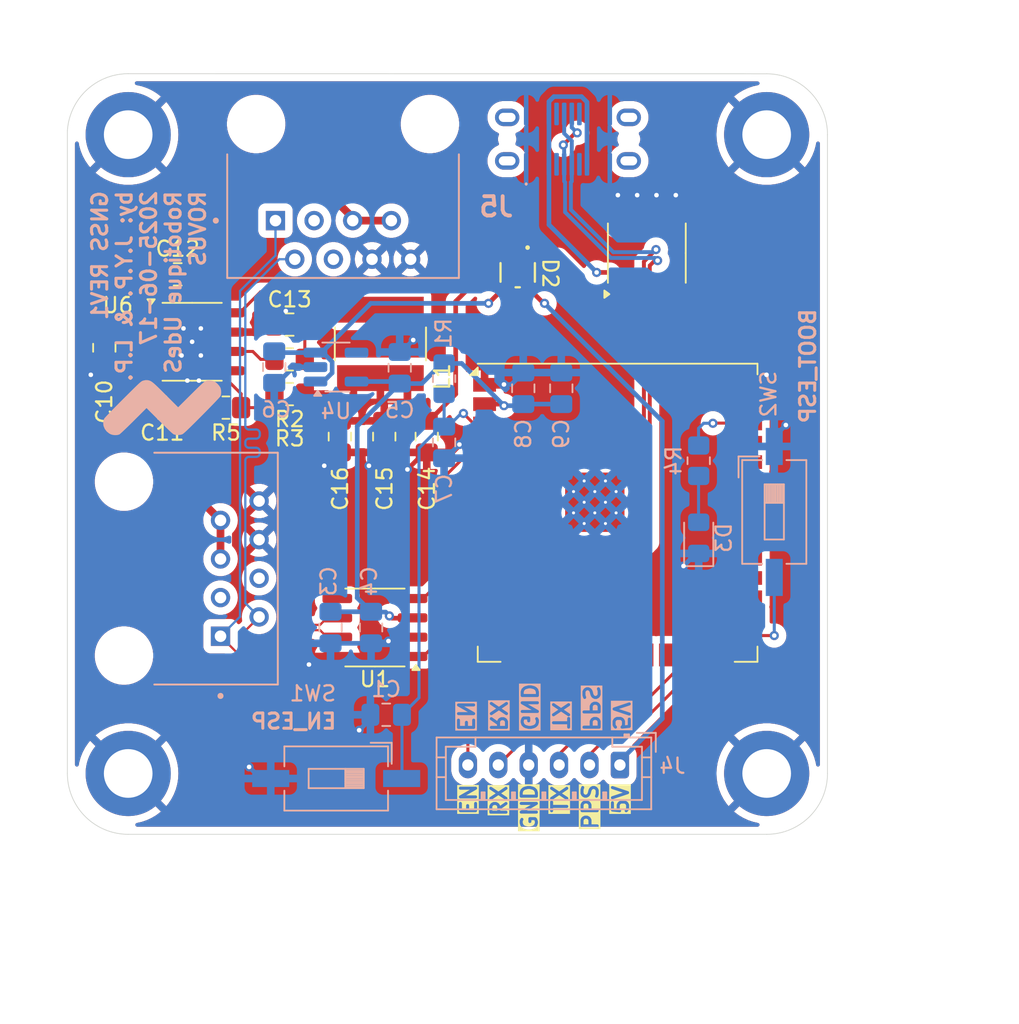
<source format=kicad_pcb>
(kicad_pcb (version 20240108) (generator "pcbnew") (generator_version "8.0")
  (layers (0 "F.Cu" signal) (1 "In1.Cu" signal) (2 "In2.Cu" signal) (31 "B.Cu" signal) (34 "B.Paste" user) (35 "F.Paste" user) (36 "B.SilkS" user "B.Silkscreen") (37 "F.SilkS" user "F.Silkscreen") (38 "B.Mask" user) (39 "F.Mask" user) (44 "Edge.Cuts" user))
  (net 0 "")
  (net 1 "GND")
  (net 2 "GPIO_0")
  (net 3 "+5V")
  (net 4 "+24V")
  (net 5 "EN_ESP")
  (net 6 "+3.3V")
  (net 7 "Net-(D3-A)")
  (net 9 "CAN_P")
  (net 13 "USB_P")
  (net 14 "+5V_USB")
  (net 17 "USB_N")
  (net 18 "GNSS_RX")
  (net 19 "GNSS_PPS")
  (net 20 "GNSS_TX")
  (net 21 "GNSS_EN")
  (net 22 "LED_BUILDIN")
  (net 23 "TXC")
  (net 24 "RXC")
  (net 52 "CAN_N")
  (net 60 "+5V_ETH")
  (net 62 "Net-(U6-SS)")
  (net 63 "Net-(U6-SW)")
  (net 64 "Net-(U6-BST)")
  (net 65 "Net-(C13-Pad1)")
  (net 66 "Net-(U6-COMB)")
  (net 67 "Net-(U6-FB)")
  (footprint "Resistor_SMD:R_0805_2012Metric_Pad1.20x1.40mm_HandSolder" (layer "F.Cu") (at 142.621 91.059 180)
    (property "Reference" "R3")
    (property "Value" "115k")
  )
  (footprint "Capacitor_SMD:C_0805_2012Metric_Pad1.18x1.45mm_HandSolder" (layer "F.Cu") (at 151.638 93.853 -90)
    (property "Reference" "C14")
    (property "Value" "22uF")
  )
  (footprint "Capacitor_SMD:C_0805_2012Metric_Pad1.18x1.45mm_HandSolder" (layer "F.Cu") (at 145.923 93.853 -90)
    (property "Reference" "C16")
    (property "Value" "22uF")
  )
  (footprint "Resistor_SMD:R_0805_2012Metric_Pad1.20x1.40mm_HandSolder" (layer "F.Cu") (at 142.618 88.773)
    (property "Reference" "R2")
    (property "Value" "15.8k")
  )
  (footprint "Package_SO:SOIC-8-1EP_3.9x4.9mm_P1.27mm_EP2.29x3mm" (layer "F.Cu") (at 136.206 87.618)
    (property "Reference" "U6")
    (property "Value" "DC_DC-AP64501")
  )
  (footprint "MountingHole:MountingHole_3.2mm_M3_DIN965_Pad_TopBottom" (layer "F.Cu") (at 174 74)
    (property "Reference" "H3" (hide yes))
    (property "Value" "MountingHole_Pad")
  )
  (footprint "RoverFootprint:L_3.6u_ASPI-6045S-3R6N-T" (layer "F.Cu") (at 148.59 87.757 -90)
    (property "Reference" "L1")
    (property "Value" "3.6uH")
  )
  (footprint "Capacitor_SMD:C_0805_2012Metric_Pad1.18x1.45mm_HandSolder" (layer "F.Cu") (at 148.844 93.853 -90)
    (property "Reference" "C15")
    (property "Value" "22uF")
  )
  (footprint "RoverFootprint:Diode_schottky-CVJ10F30" (layer "F.Cu") (at 157.621999 83.058 -90)
    (property "Reference" "D2")
    (property "Value" "CVJ10F30")
  )
  (footprint "MountingHole:MountingHole_3.2mm_M3_DIN965_Pad_TopBottom" (layer "F.Cu") (at 132 74)
    (property "Reference" "H2" (hide yes))
    (property "Value" "MountingHole_Pad")
  )
  (footprint "MountingHole:MountingHole_3.2mm_M3_DIN965_Pad_TopBottom" (layer "F.Cu") (at 132 116)
    (property "Reference" "H4" (hide yes))
    (property "Value" "MountingHole_Pad")
  )
  (footprint "Capacitor_SMD:C_0805_2012Metric_Pad1.18x1.45mm_HandSolder" (layer "F.Cu") (at 135.255 83.185)
    (property "Reference" "C12")
    (property "Value" "100nF")
  )
  (footprint "RF_Module:ESP32-S3-WROOM-1U" (layer "F.Cu") (at 164.194394 98.858)
    (property "Reference" "U2" (hide yes))
    (property "Value" "ESP32-S3-WROVER" (hide yes))
  )
  (footprint "Resistor_SMD:R_0805_2012Metric_Pad1.20x1.40mm_HandSolder" (layer "F.Cu") (at 138.427 91.948 180)
    (property "Reference" "R5")
    (property "Value" "22.1k")
  )
  (footprint "Package_SO:SOIC-8_3.9x4.9mm_P1.27mm" (layer "F.Cu") (at 148.2305 106.4045 180)
    (property "Reference" "U1")
    (property "Value" "SN65HVD232")
  )
  (footprint "Package_SO:SOIC-8_3.9x4.9mm_P1.27mm" (layer "F.Cu") (at 166.116 81.788 90)
    (property "Reference" "U5" (hide yes))
    (property "Value" "TVS")
  )
  (footprint "Capacitor_SMD:C_0805_2012Metric_Pad1.18x1.45mm_HandSolder" (layer "F.Cu") (at 142.618 86.487 180)
    (property "Reference" "C13")
    (property "Value" "2.7nF")
  )
  (footprint "MountingHole:MountingHole_3.2mm_M3_DIN965_Pad_TopBottom" (layer "F.Cu") (at 174 116)
    (property "Reference" "H1" (hide yes))
    (property "Value" "MountingHole_Pad")
  )
  (footprint "Capacitor_SMD:C_0805_2012Metric_Pad1.18x1.45mm_HandSolder" (layer "F.Cu") (at 130.429 88.011 -90)
    (property "Reference" "C10")
    (property "Value" "10uF")
  )
  (footprint "Capacitor_SMD:C_0805_2012Metric_Pad1.18x1.45mm_HandSolder" (layer "F.Cu") (at 134.236 91.948)
    (property "Reference" "C11")
    (property "Value" "10nF")
  )
  (footprint "Capacitor_SMD:C_0805_2012Metric_Pad1.18x1.45mm_HandSolder" (layer "B.Cu") (at 149.86 89.326 90)
    (property "Reference" "C5")
    (property "Value" "10uF")
  )
  (footprint "Capacitor_SMD:C_0805_2012Metric_Pad1.18x1.45mm_HandSolder" (layer "B.Cu") (at 152.781 94.234 -90)
    (property "Reference" "C7")
    (property "Value" "1uF")
  )
  (footprint "Capacitor_SMD:C_0805_2012Metric_Pad1.18x1.45mm_HandSolder" (layer "B.Cu") (at 160.488 90.678 90)
    (property "Reference" "C9")
    (property "Value" "10uF")
  )
  (footprint "Connector_JST:JST_PH_B6B-PH-K_1x06_P2.00mm_Vertical" (layer "B.Cu") (at 164.345 115.443 180)
    (property "Reference" "J4")
    (property "Value" "JST6_Pin")
  )
  (footprint "LOGO" (layer "B.Cu") (at 134.471502 92.108877 90)
    (property "Reference" "G***" (hide yes))
    (property "Value" "LOGO" (hide yes))
  )
  (footprint "RoverFootprint:Ethernet_Horizontal" (layer "B.Cu") (at 146.1335 73.302)
    (property "Reference" "J2" (hide yes))
    (property "Value" "Eth-Horiz" (hide yes))
  )
  (footprint "RoverFootprint:Ethernet_Horizontal" (layer "B.Cu") (at 131.722 102.5325 90)
    (property "Reference" "J1" (hide yes))
    (property "Value" "Eth-Horiz" (hide yes))
  )
  (footprint "LED_SMD:LED_0805_2012Metric_Pad1.15x1.40mm_HandSolder" (layer "B.Cu") (at 169.528394 100.509 90)
    (property "Reference" "D3")
    (property "Value" "B")
  )
  (footprint "Capacitor_SMD:C_0805_2012Metric_Pad1.18x1.45mm_HandSolder" (layer "B.Cu") (at 157.988 90.678 -90)
    (property "Reference" "C8")
    (property "Value" "100nF")
  )
  (footprint "Capacitor_SMD:C_0805_2012Metric_Pad1.18x1.45mm_HandSolder" (layer "B.Cu") (at 141.605 89.281 -90)
    (property "Reference" "C6")
    (property "Value" "10uF")
  )
  (footprint "Capacitor_SMD:C_0805_2012Metric_Pad1.18x1.45mm_HandSolder" (layer "B.Cu") (at 145.3095 106.4045 -90)
    (property "Reference" "C3")
    (property "Value" "10uF")
  )
  (footprint "Resistor_SMD:R_0805_2012Metric_Pad1.20x1.40mm_HandSolder" (layer "B.Cu") (at 152.781 90.043 -90)
    (property "Reference" "R1")
    (property "Value" "10k")
  )
  (footprint "Capacitor_SMD:C_0805_2012Metric_Pad1.18x1.45mm_HandSolder" (layer "B.Cu") (at 148.971 112.141 180)
    (property "Reference" "C1")
    (property "Value" "100nF")
  )
  (footprint "RoverFootprint:USB4145_GCT" (layer "B.Cu") (at 160.929 74.295)
    (property "Reference" "J5")
    (property "Value" "USB_C_USB4145-GCT" (hide yes))
  )
  (footprint "Capacitor_SMD:C_0805_2012Metric_Pad1.18x1.45mm_HandSolder" (layer "B.Cu") (at 147.9765 106.4045 -90)
    (property "Reference" "C4")
    (property "Value" "100nF")
  )
  (footprint "Button_Switch_SMD:SW_DIP_SPSTx01_Slide_6.7x4.1mm_W8.61mm_P2.54mm_LowProfile" (layer "B.Cu") (at 145.682 116.332 180)
    (property "Reference" "SW1")
    (property "Value" "TS09-63-25-WT-160-SMT-TR")
  )
  (footprint "Resistor_SMD:R_0805_2012Metric_Pad1.20x1.40mm_HandSolder" (layer "B.Cu") (at 169.528394 95.438 -90)
    (property "Reference" "R4")
    (property "Value" "1k")
  )
  (footprint "Package_TO_SOT_SMD:SOT-23-5_HandSoldering" (layer "B.Cu") (at 145.669 89.281)
    (property "Reference" "U4")
    (property "Value" "LDO-TLV74033PDBVR")
  )
  (footprint "Button_Switch_SMD:SW_DIP_SPSTx01_Slide_6.7x4.1mm_W8.61mm_P2.54mm_LowProfile" (layer "B.Cu") (at 174.498 98.806 -90)
    (property "Reference" "SW2")
    (property "Value" "TS09-63-25-WT-160-SMT-TR")
  )
  (gr_arc (start 174 70) (mid 176.828427 71.171573) (end 178 74) (stroke (width 0.05)) (layer "Edge.Cuts"))
  (gr_arc (start 178 116) (mid 176.828427 118.828427) (end 174 120) (stroke (width 0.05)) (layer "Edge.Cuts"))
  (gr_line (start 174 120) (end 132 120) (stroke (width 0.05)) (layer "Edge.Cuts"))
  (gr_line (start 178 74) (end 178 116) (stroke (width 0.05)) (layer "Edge.Cuts"))
  (gr_line (start 128 116) (end 128.000001 73.75) (stroke (width 0.05)) (layer "Edge.Cuts"))
  (gr_arc (start 128.000001 73.75) (mid 129.255866 71.079003) (end 132 69.992196) (stroke (width 0.05)) (layer "Edge.Cuts"))
  (gr_line (start 132 69.992196) (end 174 70) (stroke (width 0.05)) (layer "Edge.Cuts"))
  (gr_arc (start 132 120) (mid 129.171573 118.828427) (end 128 116) (stroke (width 0.05)) (layer "Edge.Cuts"))
  (gr_text "BOOT_ESP" (at 177.292 85.344 90) (layer "B.SilkS") (effects (font (size 1 1) (thickness 0.2) (bold yes)) (justify left bottom mirror)))
  (gr_text "TX" (at 160.4264 111.2012 -90) (layer "B.SilkS" knockout) (effects (font (size 1 1) (thickness 0.2) (bold yes)) (justify right mirror)))
  (gr_text "EN_ESP" (at 145.796 113.157 0) (layer "B.SilkS") (effects (font (size 1 1) (thickness 0.2) (bold yes)) (justify left bottom mirror)))
  (gr_text "GND" (at 158.369 109.982 -90) (layer "B.SilkS" knockout) (effects (font (size 1 1) (thickness 0.2) (bold yes)) (justify right mirror)))
  (gr_text "PPS" (at 162.433 110.109 -90) (layer "B.SilkS" knockout) (effects (font (size 1 1) (thickness 0.2) (bold yes)) (justify right mirror)))
  (gr_text "5V" (at 164.4142 111.2012 -90) (layer "B.SilkS" knockout) (effects (font (size 1 1) (thickness 0.2) (bold yes)) (justify right mirror)))
  (gr_text "EN" (at 154.178 111.125 -90) (layer "B.SilkS" knockout) (effects (font (size 1 1) (thickness 0.2) (bold yes)) (justify right mirror)))
  (gr_text "RX" (at 156.337 111.125 -90) (layer "B.SilkS" knockout) (effects (font (size 1 1) (thickness 0.2) (bold yes)) (justify right mirror)))
  (gr_text "GNSS REV1\nby: J.Y.P. & L.P.\n2025-06-17\nRobotique UdeS\nROVUS\n" (at 137.16 77.597 90) (layer "B.SilkS") (effects (font (size 1 1) (thickness 0.2) (bold yes)) (justify left bottom mirror)))
  (gr_text "EN" (at 154.4 116.6 90) (layer "F.SilkS" knockout) (effects (font (size 1 1) (thickness 0.2) (bold yes)) (justify right)))
  (gr_text "TX" (at 160.4 116.7 90) (layer "F.SilkS" knockout) (effects (font (size 1 1) (thickness 0.2) (bold yes)) (justify right)))
  (gr_text "GND" (at 158.4 116.6 90) (layer "F.SilkS" knockout) (effects (font (size 1 1) (thickness 0.2) (bold yes)) (justify right)))
  (gr_text "5V" (at 164.4 116.7 90) (layer "F.SilkS" knockout) (effects (font (size 1 1) (thickness 0.2) (bold yes)) (justify right)))
  (gr_text "RX" (at 156.4 116.7 90) (layer "F.SilkS" knockout) (effects (font (size 1 1) (thickness 0.2) (bold yes)) (justify right)))
  (gr_text "PPS" (at 162.4 116.6 90) (layer "F.SilkS" knockout) (effects (font (size 1 1) (thickness 0.2) (bold yes)) (justify right)))
  (segment (start 138.681 86.983) (end 141.0845 86.983) (width 0.3048) (layer "F.Cu") (net 1))
  (segment (start 155.444394 90.448) (end 156.694 90.448) (width 0.3048) (layer "F.Cu") (net 1))
  (segment (start 141.5805 86.487) (end 141.5805 86.3845) (width 0.3048) (layer "F.Cu") (net 1))
  (segment (start 164.211 79.313) (end 164.211 77.978) (width 0.3048) (layer "F.Cu") (net 1))
  (segment (start 135.636 87.048) (end 135.636 86.741) (width 0.3048) (layer "F.Cu") (net 1))
  (segment (start 141.5805 86.3845) (end 142.367 85.598) (width 0.3048) (layer "F.Cu") (net 1))
  (segment (start 149.1195 107.2935) (end 149.3735 107.0395) (width 0.3048) (layer "F.Cu") (net 1))
  (segment (start 135.89 91.186) (end 135.89 90.17) (width 0.3048) (layer "F.Cu") (net 1))
  (segment (start 141.0845 86.983) (end 141.5805 86.487) (width 0.3048) (layer "F.Cu") (net 1))
  (segment (start 135.89 87.934) (end 136.206 87.618) (width 0.3048) (layer "F.Cu") (net 1))
  (segment (start 146.431 94.8905) (end 146.3255 94.8905) (width 0.3048) (layer "F.Cu") (net 1))
  (segment (start 149.079 94.8905) (end 148.8655 94.8905) (width 0.3048) (layer "F.Cu") (net 1))
  (segment (start 136.779 86.741) (end 136.779 86.487) (width 0.3048) (layer "F.Cu") (net 1))
  (segment (start 136.652 91.173) (end 137.427 91.948) (width 0.3048) (layer "F.Cu") (net 1))
  (segment (start 156.694 90.448) (end 156.718 90.424) (width 0.3048) (layer "F.Cu") (net 1))
  (segment (start 136.652 88.392) (end 136.652 90.17) (width 0.3048) (layer "F.Cu") (net 1))
  (segment (start 135.2735 91.948) (end 135.2735 91.8025) (width 0.3048) (layer "F.Cu") (net 1))
  (segment (start 136.206 87.618) (end 135.509 88.315) (width 0.3048) (layer "F.Cu") (net 1))
  (segment (start 144.4205 108.3095) (end 143.891 108.839) (width 0.3048) (layer "F.Cu") (net 1))
  (segment (start 136.652 90.17) (end 136.652 91.173) (width 0.3048) (layer "F.Cu") (net 1))
  (segment (start 135.636 87.048) (end 136.206 87.618) (width 0.3048) (layer "F.Cu") (net 1))
  (segment (start 165.481 79.313) (end 165.481 77.978) (width 0.3048) (layer "F.Cu") (net 1))
  (segment (start 148.61975 94.98525) (end 147.83625 95.76875) (width 0.3048) (layer "F.Cu") (net 1))
  (segment (start 135.89 90.17) (end 135.89 87.934) (width 0.3048) (layer "F.Cu") (net 1))
  (segment (start 151.638 94.8905) (end 151.5325 94.8905) (width 0.3048) (layer "F.Cu") (net 1))
  (segment (start 149.3735 107.0395) (end 150.7055 107.0395) (width 0.3048) (layer "F.Cu") (net 1))
  (segment (start 136.779 88.519) (end 136.906 88.646) (width 0.3048) (layer "F.Cu") (net 1))
  (segment (start 130.2805 89.0485) (end 129.54 89.789) (width 0.3048) (layer "F.Cu") (net 1))
  (segment (start 172.944394 90.448) (end 173.331 90.448) (width 0.3048) (layer "F.Cu") (net 1))
  (segment (start 173.331 90.448) (end 173.99 89.789) (width 0.3048) (layer "F.Cu") (net 1))
  (segment (start 166.751 79.313) (end 166.751 77.978) (width 0.3048) (layer "F.Cu") (net 1))
  (segment (start 168.021 79.313) (end 168.021 77.978) (width 0.3048) (layer "F.Cu") (net 1))
  (segment (start 151.39475 94.98525) (end 150.368 96.012) (width 0.3048) (layer "F.Cu") (net 1))
  (segment (start 145.67975 94.98525) (end 144.89625 95.76875) (width 0.3048) (layer "F.Cu") (net 1))
  (segment (start 136.206 87.946) (end 136.652 88.392) (width 0.3048) (layer "F.Cu") (net 1))
  (segment (start 145.7555 108.3095) (end 144.4205 108.3095) (width 0.3048) (layer "F.Cu") (net 1))
  (segment (start 136.206 87.946) (end 136.206 87.618) (width 0.3048) (layer "F.Cu") (net 1))
  (segment (start 135.2735 91.8025) (end 135.89 91.186) (width 0.3048) (layer "F.Cu") (net 1))
  (segment (start 135.636 86.741) (end 135.636 86.614) (width 0.3048) (layer "F.Cu") (net 1))
  (segment (start 136.779 87.045) (end 136.779 86.741) (width 0.3048) (layer "F.Cu") (net 1))
  (segment (start 135.509 88.315) (end 135.509 88.519) (width 0.3048) (layer "F.Cu") (net 1))
  (segment (start 130.429 89.0485) (end 130.2805 89.0485) (width 0.3048) (layer "F.Cu") (net 1))
  (segment (start 136.206 87.946) (end 136.779 88.519) (width 0.3048) (layer "F.Cu") (net 1))
  (via (at 165.481 77.978) (size 0.6) (drill 0.3) (layers "F.Cu" "B.Cu") (net 1))
  (via (at 150.749 87.503) (size 0.6) (drill 0.3) (layers "F.Cu" "B.Cu") (net 1))
  (via (at 173.99 89.789) (size 0.6) (drill 0.3) (layers "F.Cu" "B.Cu") (net 1))
  (via (at 149.1195 107.2935) (size 0.6) (drill 0.3) (layers "F.Cu" "B.Cu") (net 1))
  (via (at 175.26 93.091) (size 0.6) (drill 0.3) (layers "F.Cu" "B.Cu") (net 1))
  (via (at 168.021 77.978) (size 0.6) (drill 0.3) (layers "F.Cu" "B.Cu") (net 1))
  (via (at 164.211 77.978) (size 0.6) (drill 0.3) (layers "F.Cu" "B.Cu") (net 1))
  (via (at 150.368 96.012) (size 0.6) (drill 0.3) (layers "F.Cu" "B.Cu") (net 1))
  (via (at 166.751 77.978) (size 0.6) (drill 0.3) (layers "F.Cu" "B.Cu") (net 1))
  (via (at 136.652 90.17) (size 0.6) (drill 0.3) (layers "F.Cu" "B.Cu") (net 1))
  (via (at 129.54 89.789) (size 0.6) (drill 0.3) (layers "F.Cu" "B.Cu") (net 1))
  (via (at 135.636 86.741) (size 0.6) (drill 0.3) (layers "F.Cu" "B.Cu") (net 1))
  (via (at 135.509 88.519) (size 0.6) (drill 0.3) (layers "F.Cu" "B.Cu") (net 1))
  (via (at 135.89 90.17) (size 0.6) (drill 0.3) (layers "F.Cu" "B.Cu") (net 1))
  (via (at 136.779 86.741) (size 0.6) (drill 0.3) (layers "F.Cu" "B.Cu") (net 1))
  (via (at 144.89625 95.76875) (size 0.6) (drill 0.3) (layers "F.Cu" "B.Cu") (net 1))
  (via (at 147.83625 95.76875) (size 0.6) (drill 0.3) (layers "F.Cu" "B.Cu") (net 1))
  (via (at 136.206 87.618) (size 0.6) (drill 0.3) (layers "F.Cu" "B.Cu") (net 1))
  (via (at 143.891 108.839) (size 0.6) (drill 0.3) (layers "F.Cu" "B.Cu") (net 1))
  (via (at 139.954 115.57) (size 0.6) (drill 0.3) (layers "F.Cu" "B.Cu") (net 1))
  (via (at 142.367 85.598) (size 0.6) (drill 0.3) (layers "F.Cu" "B.Cu") (net 1))
  (via (at 156.718 90.424) (size 0.6) (drill 0.3) (layers "F.Cu" "B.Cu") (net 1))
  (via (at 147.193 113.157) (size 0.6) (drill 0.3) (layers "F.Cu" "B.Cu") (net 1))
  (via (at 136.779 88.519) (size 0.6) (drill 0.3) (layers "F.Cu" "B.Cu") (net 1))
  (via (at 153.78625 94.37175) (size 0.6) (drill 0.3) (layers "F.Cu" "B.Cu") (net 1))
  (via (at 168.529 102.362) (size 0.6) (drill 0.3) (layers "F.Cu" "B.Cu") (net 1))
  (segment (start 156.718 90.424) (end 157.2045 90.424) (width 0.3048) (layer "B.Cu") (net 1))
  (segment (start 145.3095 107.442) (end 147.9765 107.442) (width 0.3048) (layer "B.Cu") (net 1))
  (segment (start 144.319 89.281) (end 142.875 89.281) (width 0.3048) (layer "B.Cu") (net 1))
  (segment (start 169.528394 101.534) (end 169.357 101.534) (width 0.3048) (layer "B.Cu") (net 1))
  (segment (start 141.8375 90.3185) (end 141.605 90.3185) (width 0.3048) (layer "B.Cu") (net 1))
  (segment (start 149.9635 88.2885) (end 150.749 87.503) (width 0.3048) (layer "B.Cu") (net 1))
  (segment (start 149.86 88.2885) (end 149.9635 88.2885) (width 0.2) (layer "B.Cu") (net 1))
  (segment (start 141.377 116.332) (end 140.716 116.332) (width 0.3048) (layer "B.Cu") (net 1))
  (segment (start 157.988 89.6405) (end 160.488 89.6405) (width 0.3048) (layer "B.Cu") (net 1))
  (segment (start 152.79175 95.36625) (end 153.78625 94.37175) (width 0.3048) (layer "B.Cu") (net 1))
  (segment (start 174.498 94.501) (end 174.498 93.853) (width 0.3048) (layer "B.Cu") (net 1))
  (segment (start 147.9765 107.442) (end 148.971 107.442) (width 0.3048) (layer "B.Cu") (net 1))
  (segment (start 147.9335 112.141) (end 147.9335 112.4165) (width 0.3048) (layer "B.Cu") (net 1))
  (segment (start 140.716 116.332) (end 139.954 115.57) (width 0.3048) (layer "B.Cu") (net 1))
  (segment (start 174.498 93.853) (end 175.26 93.091) (width 0.3048) (layer "B.Cu") (net 1))
  (segment (start 148.971 107.442) (end 149.1195 107.2935) (width 0.3048) (layer "B.Cu") (net 1))
  (segment (start 153.035 95.2715) (end 153.0135 95.2715) (width 0.3048) (layer "B.Cu") (net 1))
  (segment (start 147.9335 112.4165) (end 147.193 113.157) (width 0.3048) (layer "B.Cu") (net 1))
  (segment (start 142.875 89.281) (end 141.8375 90.3185) (width 0.3048) (layer "B.Cu") (net 1))
  (segment (start 157.2045 90.424) (end 157.988 89.6405) (width 0.3048) (layer "B.Cu") (net 1))
  (segment (start 162.774612 91.434) (end 162.812112 91.3965) (width 0.2) (layer "B.Cu") (net 1))
  (segment (start 169.357 101.534) (end 168.529 102.362) (width 0.3048) (layer "B.Cu") (net 1))
  (segment (start 173.312697 106.934) (end 173.288697 106.958) (width 0.2) (layer "F.Cu") (net 2))
  (segment (start 174.498 106.934) (end 173.312697 106.934) (width 0.2) (layer "F.Cu") (net 2))
  (segment (start 173.288697 106.958) (end 172.944394 106.958) (width 0.2) (layer "F.Cu") (net 2))
  (via (at 174.498 106.934) (size 0.6) (drill 0.3) (layers "F.Cu" "B.Cu") (net 2))
  (segment (start 174.498 106.934) (end 174.498 103.111) (width 0.2) (layer "B.Cu") (net 2))
  (segment (start 156.972 84.0359) (end 158.271998 84.0359) (width 0.3048) (layer "F.Cu") (net 3))
  (segment (start 156.972 84.0359) (end 156.7561 84.0359) (width 0.3048) (layer "F.Cu") (net 3))
  (segment (start 159.326098 85.09) (end 158.271998 84.0359) (width 0.3048) (layer "F.Cu") (net 3))
  (segment (start 159.385 85.09) (end 159.326098 85.09) (width 0.3048) (layer "F.Cu") (net 3))
  (segment (start 156.7561 84.0359) (end 155.702 85.09) (width 0.3048) (layer "F.Cu") (net 3))
  (via (at 159.385 85.09) (size 0.6) (drill 0.3) (layers "F.Cu" "B.Cu") (net 3))
  (via (at 155.702 85.09) (size 0.6) (drill 0.3) (layers "F.Cu" "B.Cu") (net 3))
  (segment (start 164.345 115.182) (end 164.345 115.443) (width 0.3048) (layer "B.Cu") (net 3))
  (segment (start 144.319 88.331) (end 141.6925 88.331) (width 0.3048) (layer "B.Cu") (net 3))
  (segment (start 144.81097 88.331) (end 144.319 88.331) (width 0.3048) (layer "B.Cu") (net 3))
  (segment (start 167.132 92.837) (end 167.132 112.395) (width 0.3048) (layer "B.Cu") (net 3))
  (segment (start 144.319 90.231) (end 144.846 90.231) (width 0.3048) (layer "B.Cu") (net 3))
  (segment (start 145.415 88.93503) (end 144.81097 88.331) (width 0.3048) (layer "B.Cu") (net 3))
  (segment (start 159.385 85.09) (end 167.132 92.837) (width 0.3048) (layer "B.Cu") (net 3))
  (segment (start 147.955 85.09) (end 155.702 85.09) (width 0.3048) (layer "B.Cu") (net 3))
  (segment (start 141.6925 88.331) (end 141.605 88.2435) (width 0.3048) (layer "B.Cu") (net 3))
  (segment (start 144.846 90.231) (end 145.415 89.662) (width 0.3048) (layer "B.Cu") (net 3))
  (segment (start 167.132 112.395) (end 164.345 115.182) (width 0.3048) (layer "B.Cu") (net 3))
  (segment (start 145.415 89.662) (end 145.415 88.93503) (width 0.3048) (layer "B.Cu") (net 3))
  (segment (start 144.714 88.331) (end 147.955 85.09) (width 0.3048) (layer "B.Cu") (net 3))
  (segment (start 144.319 88.331) (end 144.714 88.331) (width 0.3048) (layer "B.Cu") (net 3))
  (segment (start 131.826 93.1115) (end 131.826 88.25425) (width 0.508) (layer "F.Cu") (net 4))
  (segment (start 130.429 86.9735) (end 130.7885 86.614) (width 0.3048) (layer "F.Cu") (net 4))
  (segment (start 146.7685 79.4585) (end 146.7685 79.652) (width 0.381) (layer "F.Cu") (net 4))
  (segment (start 131.826 88.25425) (end 130.429 86.85725) (width 0.508) (layer "F.Cu") (net 4))
  (segment (start 132.715 86.614) (end 133.084 86.983) (width 0.3048) (layer "F.Cu") (net 4))
  (segment (start 133.084 86.983) (end 133.731 86.983) (width 0.3048) (layer "F.Cu") (net 4))
  (segment (start 138.072 101.8975) (end 138.072 99.3575) (width 0.508) (layer "F.Cu") (net 4))
  (segment (start 130.429 82.296) (end 134.747 77.978) (width 0.508) (layer "F.Cu") (net 4))
  (segment (start 146.7685 79.652) (end 149.3085 79.652) (width 0.508) (layer "F.Cu") (net 4))
  (segment (start 130.7885 86.614) (end 132.715 86.614) (width 0.3048) (layer "F.Cu") (net 4))
  (segment (start 130.429 86.85725) (end 130.429 82.296) (width 0.508) (layer "F.Cu") (net 4))
  (segment (start 138.072 99.3575) (end 131.826 93.1115) (width 0.508) (layer "F.Cu") (net 4))
  (segment (start 133.731 86.983) (end 133.731 88.253) (width 0.3048) (layer "F.Cu") (net 4))
  (segment (start 145.288 77.978) (end 146.7685 79.4585) (width 0.508) (layer "F.Cu") (net 4))
  (segment (start 134.747 77.978) (end 145.288 77.978) (width 0.508) (layer "F.Cu") (net 4))
  (segment (start 155.420394 92.964) (end 155.444394 92.988) (width 0.2) (layer "F.Cu") (net 5))
  (segment (start 154.051 92.329) (end 154.686 92.964) (width 0.2) (layer "F.Cu") (net 5))
  (segment (start 154.686 92.964) (end 155.420394 92.964) (width 0.2) (layer "F.Cu") (net 5))
  (via (at 154.051 92.329) (size 0.6) (drill 0.3) (layers "F.Cu" "B.Cu") (net 5))
  (segment (start 151.13 111.0195) (end 150.0085 112.141) (width 0.2) (layer "B.Cu") (net 5))
  (segment (start 150.0085 112.141) (end 150.0085 116.3105) (width 0.2) (layer "B.Cu") (net 5))
  (segment (start 151.13 94.615) (end 151.13 111.0195) (width 0.2) (layer "B.Cu") (net 5))
  (segment (start 152.5485 93.1965) (end 151.13 94.615) (width 0.2) (layer "B.Cu") (net 5))
  (segment (start 153.035 93.1965) (end 152.5485 93.1965) (width 0.2) (layer "B.Cu") (net 5))
  (segment (start 150.0085 116.3105) (end 149.987 116.332) (width 0.2) (layer "B.Cu") (net 5))
  (segment (start 154.051 92.329) (end 153.9025 92.329) (width 0.2) (layer "B.Cu") (net 5))
  (segment (start 152.781 93.1965) (end 152.781 91.043) (width 0.2) (layer "B.Cu") (net 5))
  (segment (start 153.9025 92.329) (end 153.035 93.1965) (width 0.2) (layer "B.Cu") (net 5))
  (segment (start 150.3245 105.791) (end 149.33 105.791) (width 0.3048) (layer "F.Cu") (net 6))
  (segment (start 156.615 91.718) (end 156.718 91.821) (width 0.3048) (layer "F.Cu") (net 6))
  (segment (start 155.444394 91.718) (end 156.615 91.718) (width 0.3048) (layer "F.Cu") (net 6))
  (via (at 156.718 91.821) (size 0.6) (drill 0.3) (layers "F.Cu" "B.Cu") (net 6))
  (via (at 149.1815 105.6425) (size 0.6) (drill 0.3) (layers "F.Cu" "B.Cu") (net 6))
  (segment (start 149.86 90.3635) (end 151.3175 90.3635) (width 0.3048) (layer "B.Cu") (net 6))
  (segment (start 147.9765 105.367) (end 147.066 104.4565) (width 0.3048) (layer "B.Cu") (net 6))
  (segment (start 148.9275 105.3885) (end 147.5955 105.3885) (width 0.3048) (layer "B.Cu") (net 6))
  (segment (start 147.066 93.1575) (end 149.86 90.3635) (width 0.3048) (layer "B.Cu") (net 6))
  (segment (start 147.066 104.4565) (end 147.066 93.1575) (width 0.3048) (layer "B.Cu") (net 6))
  (segment (start 152.638 89.043) (end 153.94 89.043) (width 0.3048) (layer "B.Cu") (net 6))
  (segment (start 145.3095 105.367) (end 147.9765 105.367) (width 0.3048) (layer "B.Cu") (net 6))
  (segment (start 149.1815 105.6425) (end 148.9275 105.3885) (width 0.3048) (layer "B.Cu") (net 6))
  (segment (start 157.8825 91.821) (end 157.988 91.7155) (width 0.3048) (layer "B.Cu") (net 6))
  (segment (start 157.988 91.7155) (end 160.488 91.7155) (width 0.3048) (layer "B.Cu") (net 6))
  (segment (start 147.019 90.231) (end 149.7275 90.231) (width 0.3048) (layer "B.Cu") (net 6))
  (segment (start 153.94 89.043) (end 156.718 91.821) (width 0.3048) (layer "B.Cu") (net 6))
  (segment (start 151.3175 90.3635) (end 152.638 89.043) (width 0.3048) (layer "B.Cu") (net 6))
  (segment (start 149.7275 90.231) (end 149.86 90.3635) (width 0.3048) (layer "B.Cu") (net 6))
  (segment (start 156.718 91.821) (end 157.8825 91.821) (width 0.3048) (layer "B.Cu") (net 6))
  (segment (start 169.518341 96.414) (end 169.518341 99.46) (width 0.2) (layer "B.Cu") (net 7))
  (segment (start 143.731096 106.57976) (end 142.185596 108.12526) (width 0.14732) (layer "F.Cu") (net 9))
  (segment (start 145.7555 107.0395) (end 145.0805 107.0395) (width 0.14732) (layer "F.Cu") (net 9))
  (segment (start 144.62076 106.57976) (end 143.731096 106.57976) (width 0.14732) (layer "F.Cu") (net 9))
  (segment (start 142.185596 108.12526) (end 139.21976 108.12526) (width 0.14732) (layer "F.Cu") (net 9))
  (segment (start 139.21976 108.12526) (end 138.072 106.9775) (width 0.14732) (layer "F.Cu") (net 9))
  (segment (start 145.0805 107.0395) (end 144.62076 106.57976) (width 0.14732) (layer "F.Cu") (net 9))
  (segment (start 139.35384 105.69566) (end 139.35384 84.278804) (width 0.14732) (layer "B.Cu") (net 9))
  (segment (start 139.35384 84.278804) (end 141.6885 81.944144) (width 0.14732) (layer "B.Cu") (net 9))
  (segment (start 141.6885 81.944144) (end 141.6885 79.652) (width 0.14732) (layer "B.Cu") (net 9))
  (segment (start 138.072 106.9775) (end 139.35384 105.69566) (width 0.14732) (layer "B.Cu") (net 9))
  (segment (start 160.58354 106.515024) (end 157.012371 106.515024) (width 0.257048) (layer "F.Cu") (net 13))
  (segment (start 166.308024 83.145024) (end 166.751 83.588) (width 0.257048) (layer "F.Cu") (net 13))
  (segment (start 161.418513 73.880963) (end 160.623476 74.676) (width 0.257048) (layer "F.Cu") (net 13))
  (segment (start 166.751 84.938) (end 166.308024 85.380976) (width 0.257048) (layer "F.Cu") (net 13))
  (segment (start 156.569395 106.958) (end 155.444394 106.958) (width 0.257048) (layer "F.Cu") (net 13))
  (segment (start 166.308024 82.609635) (end 166.308024 83.145024) (width 0.257048) (layer "F.Cu") (net 13))
  (segment (start 166.751 83.588) (end 166.751 84.263) (width 0.257048) (layer "F.Cu") (net 13))
  (segment (start 157.012371 106.515024) (end 156.569395 106.958) (width 0.257048) (layer "F.Cu") (net 13))
  (segment (start 166.308024 85.380976) (end 166.308024 100.79054) (width 0.257048) (layer "F.Cu") (net 13))
  (segment (start 166.308024 100.79054) (end 160.58354 106.515024) (width 0.257048) (layer "F.Cu") (net 13))
  (segment (start 166.823033 82.2785) (end 166.639159 82.2785) (width 0.257048) (layer "F.Cu") (net 13))
  (segment (start 166.751 84.263) (end 166.751 84.938) (width 0.257048) (layer "F.Cu") (net 13))
  (segment (start 166.639159 82.2785) (end 166.308024 82.609635) (width 0.257048) (layer "F.Cu") (net 13))
  (segment (start 161.533199 73.880963) (end 161.418513 73.880963) (width 0.257048) (layer "F.Cu") (net 13))
  (via (at 166.823033 82.2785) (size 0.6) (drill 0.3) (layers "F.Cu" "B.Cu") (net 13))
  (via (at 160.623476 74.676) (size 0.6) (drill 0.3) (layers "F.Cu" "B.Cu") (net 13))
  (via (at 161.533199 73.880963) (size 0.6) (drill 0.3) (layers "F.Cu" "B.Cu") (net 13))
  (segment (start 160.679 75.95) (end 160.679 77.067501) (width 0.257048) (layer "B.Cu") (net 13))
  (segment (start 161.179 72.64) (end 161.179 73.526764) (width 0.257048) (layer "B.Cu") (net 13))
  (segment (start 160.736976 77.125477) (end 160.736976 79.09354) (width 0.257048) (layer "B.Cu") (net 13))
  (segment (start 160.679 77.067501) (end 160.736976 77.125477) (width 0.257048) (layer "B.Cu") (net 13))
  (segment (start 161.179 73.526764) (end 161.533199 73.880963) (width 0.257048) (layer "B.Cu") (net 13))
  (segment (start 160.679 74.731524) (end 160.679 75.95) (width 0.257048) (layer "B.Cu") (net 13))
  (segment (start 160.736976 79.09354) (end 163.75046 82.107024) (width 0.257048) (layer "B.Cu") (net 13))
  (segment (start 163.75046 82.107024) (end 166.651557 82.107024) (width 0.257048) (layer "B.Cu") (net 13))
  (segment (start 166.651557 82.107024) (end 166.823033 82.2785) (width 0.257048) (layer "B.Cu") (net 13))
  (segment (start 160.623476 74.676) (end 160.679 74.731524) (width 0.257048) (layer "B.Cu") (net 13))
  (segment (start 164.146 84.328) (end 164.211 84.263) (width 0.3048) (layer "F.Cu") (net 14))
  (segment (start 163.703 83.058) (end 162.814 83.058) (width 0.3048) (layer "F.Cu") (net 14))
  (segment (start 158.271998 82.0801) (end 160.3121 82.0801) (width 0.3048) (layer "F.Cu") (net 14))
  (segment (start 164.211 84.263) (end 164.211 83.566) (width 0.3048) (layer "F.Cu") (net 14))
  (segment (start 162.56 84.328) (end 164.146 84.328) (width 0.3048) (layer "F.Cu") (net 14))
  (segment (start 164.211 83.566) (end 163.703 83.058) (width 0.3048) (layer "F.Cu") (net 14))
  (segment (start 160.3121 82.0801) (end 162.56 84.328) (width 0.3048) (layer "F.Cu") (net 14))
  (via (at 162.814 83.058) (size 0.6) (drill 0.3) (layers "F.Cu" "B.Cu") (net 14))
  (segment (start 161.819804 71.5) (end 162.179 71.859196) (width 0.3048) (layer "B.Cu") (net 14))
  (segment (start 159.679 79.923) (end 162.814 83.058) (width 0.3048) (layer "B.Cu") (net 14))
  (segment (start 159.679 72.64) (end 159.679 71.821) (width 0.3048) (layer "B.Cu") (net 14))
  (segment (start 162.179 71.859196) (end 162.179 72.64) (width 0.3048) (layer "B.Cu") (net 14))
  (segment (start 159.679 75.95) (end 159.679 79.923) (width 0.3048) (layer "B.Cu") (net 14))
  (segment (start 162.179 72.64) (end 162.179 75.95) (width 0.3048) (layer "B.Cu") (net 14))
  (segment (start 162.179 75.95) (end 162.179 76.2) (width 0.3048) (layer "B.Cu") (net 14))
  (segment (start 159.679 72.64) (end 159.679 75.95) (width 0.3048) (layer "B.Cu") (net 14))
  (segment (start 159.679 71.821) (end 160 71.5) (width 0.3048) (layer "B.Cu") (net 14))
  (segment (start 160 71.5) (end 161.819804 71.5) (width 0.3048) (layer "B.Cu") (net 14))
  (segment (start 162.246824 104.308613) (end 162.500624 104.054812) (width 0.257048) (layer "F.Cu") (net 17))
  (segment (start 165.481 84.938) (end 165.481 84.263) (width 0.257048) (layer "F.Cu") (net 17))
  (segment (start 161.791343 104.362251) (end 161.82256 104.393468) (width 0.257048) (layer "F.Cu") (net 17))
  (segment (start 162.500624 104.054812) (end 165.923976 100.63146) (width 0.257048) (layer "F.Cu") (net 17))
  (segment (start 155.444394 105.688) (end 156.569395 105.688) (width 0.257048) (layer "F.Cu") (net 17))
  (segment (start 160.42446 106.130976) (end 161.398294 105.157142) (width 0.257048) (layer "F.Cu") (net 17))
  (segment (start 157.012371 106.130976) (end 160.42446 106.130976) (width 0.257048) (layer "F.Cu") (net 17))
  (segment (start 165.923976 85.380976) (end 165.481 84.938) (width 0.257048) (layer "F.Cu") (net 17))
  (segment (start 165.923976 82.349344) (end 165.923976 83.145024) (width 0.257048) (layer "F.Cu") (net 17))
  (segment (start 161.367078 104.447104) (end 161.451933 104.36225) (width 0.257048) (layer "F.Cu") (net 17))
  (segment (start 166.717851 81.555469) (end 165.923976 82.349344) (width 0.257048) (layer "F.Cu") (net 17))
  (segment (start 165.481 83.588) (end 165.481 84.263) (width 0.257048) (layer "F.Cu") (net 17))
  (segment (start 165.923976 100.63146) (end 165.923976 85.380976) (width 0.257048) (layer "F.Cu") (net 17))
  (segment (start 165.923976 83.145024) (end 165.481 83.588) (width 0.257048) (layer "F.Cu") (net 17))
  (segment (start 161.398295 104.81773) (end 161.367079 104.786514) (width 0.257048) (layer "F.Cu") (net 17))
  (segment (start 156.569395 105.688) (end 157.012371 106.130976) (width 0.257048) (layer "F.Cu") (net 17))
  (segment (start 162.161972 104.393467) (end 162.246824 104.308613) (width 0.257048) (layer "F.Cu") (net 17))
  (via (at 166.717851 81.555469) (size 0.6) (drill 0.3) (layers "F.Cu" "B.Cu") (net 17))
  (arc (start 161.82256 104.393468) (mid 161.992265 104.463763) (end 162.161972 104.393467) (width 0.257048) (layer "F.Cu") (net 17))
  (arc (start 161.367079 104.786514) (mid 161.296785 104.616808) (end 161.367078 104.447104) (width 0.257048) (layer "F.Cu") (net 17))
  (arc (start 161.398294 105.157142) (mid 161.468589 104.987436) (end 161.398295 104.81773) (width 0.257048) (layer "F.Cu") (net 17))
  (arc (start 161.451933 104.36225) (mid 161.621638 104.291956) (end 161.791343 104.362251) (width 0.257048) (layer "F.Cu") (net 17))
  (segment (start 161.179 74.426) (end 161.179 76.835) (width 0.257048) (layer "B.Cu") (net 17))
  (segment (start 160.679 72.64) (end 160.679 73.918) (width 0.257048) (layer "B.Cu") (net 17))
  (segment (start 163.90954 81.722976) (end 161.121024 78.93446) (width 0.257048) (layer "B.Cu") (net 17))
  (segment (start 161.183 74.422) (end 161.179 74.426) (width 0.257048) (layer "B.Cu") (net 17))
  (segment (start 166.550344 81.722976) (end 163.90954 81.722976) (width 0.257048) (layer "B.Cu") (net 17))
  (segment (start 161.179 77.067501) (end 161.179 75.95) (width 0.257048) (layer "B.Cu") (net 17))
  (segment (start 166.717851 81.555469) (end 166.550344 81.722976) (width 0.257048) (layer "B.Cu") (net 17))
  (segment (start 161.121024 78.93446) (end 161.121024 77.125477) (width 0.257048) (layer "B.Cu") (net 17))
  (segment (start 161.121024 77.125477) (end 161.179 77.067501) (width 0.257048) (layer "B.Cu") (net 17))
  (segment (start 160.679 73.918) (end 161.183 74.422) (width 0.257048) (layer "B.Cu") (net 17))
  (segment (start 161.798 111.633) (end 164.829394 108.601606) (width 0.2) (layer "F.Cu") (net 18))
  (segment (start 160.155 111.633) (end 161.798 111.633) (width 0.2) (layer "F.Cu") (net 18))
  (segment (start 156.345 115.443) (end 160.155 111.633) (width 0.2) (layer "F.Cu") (net 18))
  (segment (start 164.829394 108.601606) (end 164.829394 108.208) (width 0.2) (layer "F.Cu") (net 18))
  (segment (start 162.345 115.443) (end 162.345 114.769) (width 0.2) (layer "F.Cu") (net 19))
  (segment (start 162.345 114.769) (end 163.322 113.792) (width 0.2) (layer "F.Cu") (net 19))
  (segment (start 163.322 113.792) (end 164.625394 113.792) (width 0.2) (layer "F.Cu") (net 19))
  (segment (start 164.625394 113.792) (end 169.909394 108.508) (width 0.2) (layer "F.Cu") (net 19))
  (segment (start 169.909394 108.508) (end 169.909394 108.208) (width 0.2) (layer "F.Cu") (net 19))
  (segment (start 164.628394 112.649) (end 168.639394 108.638) (width 0.2) (layer "F.Cu") (net 20))
  (segment (start 160.345 114.737) (end 162.433 112.649) (width 0.2) (layer "F.Cu") (net 20))
  (segment (start 168.639394 108.638) (end 168.639394 108.208) (width 0.2) (layer "F.Cu") (net 20))
  (segment (start 162.433 112.649) (end 164.628394 112.649) (width 0.2) (layer "F.Cu") (net 20))
  (segment (start 160.345 115.443) (end 160.345 114.737) (width 0.2) (layer "F.Cu") (net 20))
  (segment (start 154.345 114.006) (end 159.749394 108.601606) (width 0.2) (layer "F.Cu") (net 21))
  (segment (start 159.749394 108.601606) (end 159.749394 108.208) (width 0.2) (layer "F.Cu") (net 21))
  (segment (start 154.345 115.443) (end 154.345 114.006) (width 0.2) (layer "F.Cu") (net 21))
  (segment (start 172.920394 92.964) (end 170.473659 92.964) (width 0.2) (layer "F.Cu") (net 22))
  (segment (start 172.944394 92.988) (end 172.920394 92.964) (width 0.2) (layer "F.Cu") (net 22))
  (via (at 170.462059 92.9756) (size 0.6) (drill 0.3) (layers "F.Cu" "B.Cu") (net 22))
  (segment (start 169.852459 92.9756) (end 169.518341 93.309718) (width 0.2) (layer "B.Cu") (net 22))
  (segment (start 170.462059 92.9756) (end 169.852459 92.9756) (width 0.2) (layer "B.Cu") (net 22))
  (segment (start 169.518341 93.309718) (end 169.518341 94.414) (width 0.2) (layer "B.Cu") (net 22))
  (segment (start 150.7055 104.4995) (end 151.4055 104.4995) (width 0.2) (layer "F.Cu") (net 23))
  (segment (start 151.4055 104.4995) (end 152.908 102.997) (width 0.2) (layer "F.Cu") (net 23))
  (segment (start 152.908 102.997) (end 152.908 96.393) (width 0.2) (layer "F.Cu") (net 23))
  (segment (start 155.043 94.258) (end 155.444394 94.258) (width 0.2) (layer "F.Cu") (net 23))
  (segment (start 152.908 96.393) (end 155.043 94.258) (width 0.2) (layer "F.Cu") (net 23))
  (segment (start 153.797 96.745394) (end 155.014394 95.528) (width 0.2) (layer "F.Cu") (net 24))
  (segment (start 153.797 105.918) (end 153.797 96.745394) (width 0.2) (layer "F.Cu") (net 24))
  (segment (start 150.7055 108.3095) (end 151.4055 108.3095) (width 0.2) (layer "F.Cu") (net 24))
  (segment (start 151.4055 108.3095) (end 153.797 105.918) (width 0.2) (layer "F.Cu") (net 24))
  (segment (start 155.014394 95.528) (end 155.444394 95.528) (width 0.2) (layer "F.Cu") (net 24))
  (segment (start 142.040404 107.77474) (end 140.28674 107.77474) (width 0.14732) (layer "F.Cu") (net 52))
  (segment (start 139.7 107.188) (end 139.7 106.6195) (width 0.14732) (layer "F.Cu") (net 52))
  (segment (start 145.7555 105.7695) (end 145.0805 105.7695) (width 0.14732) (layer "F.Cu") (net 52))
  (segment (start 139.7 106.6195) (end 140.612 105.7075) (width 0.14732) (layer "F.Cu") (net 52))
  (segment (start 143.585904 106.22924) (end 142.040404 107.77474) (width 0.14732) (layer "F.Cu") (net 52))
  (segment (start 145.0805 105.7695) (end 144.62076 106.22924) (width 0.14732) (layer "F.Cu") (net 52))
  (segment (start 144.62076 106.22924) (end 143.585904 106.22924) (width 0.14732) (layer "F.Cu") (net 52))
  (segment (start 140.28674 107.77474) (end 139.7 107.188) (width 0.14732) (layer "F.Cu") (net 52))
  (segment (start 141.936356 82.192) (end 142.9585 82.192) (width 0.14732) (layer "B.Cu") (net 52))
  (segment (start 139.94434 93.986383) (end 140.416707 93.986383) (width 0.14732) (layer "B.Cu") (net 52))
  (segment (start 140.416731 94.586383) (end 139.94434 94.586383) (width 0.14732) (layer "B.Cu") (net 52))
  (segment (start 139.94434 95.186383) (end 140.416731 95.186383) (width 0.14732) (layer "B.Cu") (net 52))
  (segment (start 140.416707 93.386383) (end 139.94434 93.386383) (width 0.14732) (layer "B.Cu") (net 52))
  (segment (start 139.70434 94.346383) (end 139.70434 94.226383) (width 0.14732) (layer "B.Cu") (net 52))
  (segment (start 140.656707 93.746383) (end 140.656707 93.626383) (width 0.14732) (layer "B.Cu") (net 52))
  (segment (start 139.70434 95.426383) (end 139.70434 95.545152) (width 0.14732) (layer "B.Cu") (net 52))
  (segment (start 139.70434 84.424016) (end 141.936356 82.192) (width 0.14732) (layer "B.Cu") (net 52))
  (segment (start 139.70434 92.837) (end 139.70434 84.424016) (width 0.14732) (layer "B.Cu") (net 52))
  (segment (start 140.656731 94.946383) (end 140.656731 94.826383) (width 0.14732) (layer "B.Cu") (net 52))
  (segment (start 139.70434 95.545152) (end 139.70434 104.79984) (width 0.14732) (layer "B.Cu") (net 52))
  (segment (start 139.70434 93.026383) (end 139.70434 92.837) (width 0.14732) (layer "B.Cu") (net 52))
  (segment (start 139.70434 104.79984) (end 140.612 105.7075) (width 0.14732) (layer "B.Cu") (net 52))
  (segment (start 139.70434 93.146383) (end 139.70434 93.026383) (width 0.14732) (layer "B.Cu") (net 52))
  (arc (start 140.656707 93.626383) (mid 140.586413 93.456677) (end 140.416707 93.386383) (width 0.14732) (layer "B.Cu") (net 52))
  (arc (start 139.94434 93.386383) (mid 139.774634 93.316089) (end 139.70434 93.146383) (width 0.14732) (layer "B.Cu") (net 52))
  (arc (start 139.70434 94.226383) (mid 139.774634 94.056677) (end 139.94434 93.986383) (width 0.14732) (layer "B.Cu") (net 52))
  (arc (start 139.70434 95.426383) (mid 139.774634 95.256677) (end 139.94434 95.186383) (width 0.14732) (layer "B.Cu") (net 52))
  (arc (start 140.416707 93.986383) (mid 140.586413 93.916089) (end 140.656707 93.746383) (width 0.14732) (layer "B.Cu") (net 52))
  (arc (start 139.94434 94.586383) (mid 139.774634 94.516089) (end 139.70434 94.346383) (width 0.14732) (layer "B.Cu") (net 52))
  (arc (start 140.656731 94.826383) (mid 140.586437 94.656677) (end 140.416731 94.586383) (width 0.14732) (layer "B.Cu") (net 52))
  (arc (start 140.416731 95.186383) (mid 140.586437 95.116089) (end 140.656731 94.946383) (width 0.14732) (layer "B.Cu") (net 52))
  (segment (start 151.638 92.8155) (end 151.7865 92.8155) (width 0.3048) (layer "F.Cu") (net 60))
  (segment (start 146.594 90.007) (end 148.59 90.007) (width 0.3048) (layer "F.Cu") (net 60))
  (segment (start 156.4259 82.0801) (end 156.972 82.0801) (width 0.3048) (layer "F.Cu") (net 60))
  (segment (start 151.7865 92.8155) (end 153.543 91.059) (width 0.3048) (layer "F.Cu") (net 60))
  (segment (start 153.543 84.963) (end 156.4259 82.0801) (width 0.3048) (layer "F.Cu") (net 60))
  (segment (start 148.59 90.007) (end 146.431 90.007) (width 0.3048) (layer "F.Cu") (net 60))
  (segment (start 153.543 91.059) (end 153.543 84.963) (width 0.3048) (layer "F.Cu") (net 60))
  (segment (start 151.638 92.8155) (end 151.765 92.6885) (width 0.3048) (layer "F.Cu") (net 60))
  (segment (start 150.459 90.007) (end 148.59 90.007) (width 0.3048) (layer "F.Cu") (net 60))
  (segment (start 133.731 89.523) (end 133.731 90.424) (width 0.2) (layer "F.Cu") (net 62))
  (segment (start 133.731 90.424) (end 133.1985 90.9565) (width 0.2) (layer "F.Cu") (net 62))
  (segment (start 133.1985 90.9565) (end 133.1985 91.948) (width 0.2) (layer "F.Cu") (net 62))
  (segment (start 140.716 84.328) (end 145.415 84.328) (width 0.2) (layer "F.Cu") (net 63))
  (segment (start 145.415 84.328) (end 146.594 85.507) (width 0.2) (layer "F.Cu") (net 63))
  (segment (start 136.2925 83.185) (end 136.2925 84.7305) (width 0.2) (layer "F.Cu") (net 63))
  (segment (start 136.2925 84.7305) (end 137.275 85.713) (width 0.2) (layer "F.Cu") (net 63))
  (segment (start 138.681 85.713) (end 139.331 85.713) (width 0.2) (layer "F.Cu") (net 63))
  (segment (start 146.594 85.507) (end 148.59 85.507) (width 0.2) (layer "F.Cu") (net 63))
  (segment (start 139.331 85.713) (end 140.716 84.328) (width 0.2) (layer "F.Cu") (net 63))
  (segment (start 137.275 85.713) (end 138.681 85.713) (width 0.2) (layer "F.Cu") (net 63))
  (segment (start 134.2175 83.185) (end 134.2175 84.3495) (width 0.2) (layer "F.Cu") (net 64))
  (segment (start 133.731 84.836) (end 133.731 85.713) (width 0.2) (layer "F.Cu") (net 64))
  (segment (start 134.2175 84.3495) (end 133.731 84.836) (width 0.2) (layer "F.Cu") (net 64))
  (segment (start 143.618 86.5245) (end 143.6555 86.487) (width 0.2) (layer "F.Cu") (net 65))
  (segment (start 143.618 88.773) (end 143.618 86.5245) (width 0.2) (layer "F.Cu") (net 65))
  (segment (start 140.196 88.253) (end 140.716 88.773) (width 0.2) (layer "F.Cu") (net 66))
  (segment (start 140.716 88.773) (end 141.618 88.773) (width 0.2) (layer "F.Cu") (net 66))
  (segment (start 138.681 88.253) (end 140.196 88.253) (width 0.2) (layer "F.Cu") (net 66))
  (segment (start 139.427 91.04) (end 139.427 91.948) (width 0.2) (layer "F.Cu") (net 67))
  (segment (start 138.681 89.523) (end 138.681 90.294) (width 0.2) (layer "F.Cu") (net 67))
  (segment (start 139.427 91.948) (end 140.859 91.948) (width 0.2) (layer "F.Cu") (net 67))
  (segment (start 140.859 91.948) (end 141.621 91.186) (width 0.2) (layer "F.Cu") (net 67))
  (segment (start 138.681 90.294) (end 139.427 91.04) (width 0.2) (layer "F.Cu") (net 67))
  (zone (net 0) (net_name "") (layer "F.Cu") (connect_pads (clearance 0)) (min_thickness 0.25)
    (keepout (tracks allowed) (vias allowed) (pads allowed) (copperpour not_allowed) (footprints allowed))
    (fill (thermal_gap 0.5) (thermal_bridge_width 0.5))
    (polygon (pts (xy 140.97 87.884) (xy 139.954 87.884) (xy 139.954 87.249) (xy 140.97 87.249)))
  )
  (zone (net 60) (net_name "+5V_ETH") (layer "F.Cu") (priority 3) (connect_pads yes (clearance 0)) (min_thickness 0.25) (fill yes (thermal_gap 0.5) (thermal_bridge_width 0.5))
    (polygon (pts (xy 146.558 89.789) (xy 146.558 91.44) (xy 147.066 91.44) (xy 147.066 89.789)))
  )
  (zone (net 0) (net_name "") (layer "F.Cu") (connect_pads yes (clearance 0)) (min_thickness 0.25)
    (keepout (tracks allowed) (vias allowed) (pads allowed) (copperpour not_allowed) (footprints allowed))
    (fill (thermal_gap 0.5) (thermal_bridge_width 0.5))
    (polygon (pts (xy 146.685 93.472) (xy 148.082 93.472) (xy 148.082 94.615) (xy 146.685 94.615)))
  )
  (zone (net 1) (net_name "GND") (layer "F.Cu") (connect_pads (clearance 0.5)) (min_thickness 0.25) (fill yes (thermal_gap 0.5) (thermal_bridge_width 0.5))
    (polygon (pts (xy 128.143 70.104) (xy 177.927 70.104) (xy 177.927 119.888) (xy 128.143 119.888)))
  )
  (zone (net 0) (net_name "") (layer "F.Cu") (connect_pads yes (clearance 0)) (min_thickness 0.25)
    (keepout (tracks allowed) (vias allowed) (pads allowed) (copperpour not_allowed) (footprints allowed))
    (fill (thermal_gap 0.5) (thermal_bridge_width 0.5))
    (polygon (pts (xy 134.366 83.947) (xy 136.779 83.947) (xy 136.779 86.36) (xy 134.366 86.36) (xy 134.366 83.947)))
  )
  (zone (net 0) (net_name "") (layer "F.Cu") (connect_pads yes (clearance 0)) (min_thickness 0.25)
    (keepout (tracks allowed) (vias allowed) (pads allowed) (copperpour not_allowed) (footprints allowed))
    (fill (thermal_gap 0.5) (thermal_bridge_width 0.5))
    (polygon (pts (xy 151.765 88.9) (xy 153.035 88.9) (xy 153.035 91.186) (xy 151.765 91.186)))
  )
  (zone (net 0) (net_name "") (layer "F.Cu") (connect_pads (clearance 0)) (min_thickness 0.25)
    (keepout (tracks allowed) (vias allowed) (pads allowed) (copperpour not_allowed) (footprints allowed))
    (fill (thermal_gap 0.5) (thermal_bridge_width 0.5))
    (polygon (pts (xy 137.668 90.805) (xy 137.668 90.17) (xy 138.303 90.17) (xy 138.303 90.805)))
  )
  (zone (net 0) (net_name "") (layer "F.Cu") (connect_pads yes (clearance 0)) (min_thickness 0.25)
    (keepout (tracks allowed) (vias allowed) (pads allowed) (copperpour not_allowed) (footprints allowed))
    (fill (thermal_gap 0.5) (thermal_bridge_width 0.5))
    (polygon (pts (xy 149.606 93.472) (xy 151.003 93.472) (xy 151.003 94.615) (xy 149.606 94.615)))
  )
  (zone (net 0) (net_name "") (layer "F.Cu") (connect_pads (clearance 0)) (min_thickness 0.25)
    (keepout (tracks allowed) (vias allowed) (pads allowed) (copperpour not_allowed) (footprints allowed))
    (fill (thermal_gap 0.5) (thermal_bridge_width 0.5))
    (polygon (pts (xy 135.001 90.932) (xy 134.112 90.932) (xy 134.112 90.17) (xy 134.366 89.916) (xy 135.001 89.916)))
  )
  (zone (net 0) (net_name "") (layer "F.Cu") (connect_pads yes (clearance 0)) (min_thickness 0.25)
    (keepout (tracks allowed) (vias allowed) (pads allowed) (copperpour not_allowed) (footprints allowed))
    (fill (thermal_gap 0.5) (thermal_bridge_width 0.5))
    (polygon (pts (xy 145.415 90.424) (xy 144.272 90.424) (xy 144.272 88.773) (xy 145.415 88.773)))
  )
  (zone (net 60) (net_name "+5V_ETH") (layer "F.Cu") (priority 2) (connect_pads (clearance 0)) (min_thickness 0.25) (fill yes (thermal_gap 0.5) (thermal_bridge_width 0.5))
    (polygon (pts (xy 143.256 90.805) (xy 145.415002 90.805) (xy 146.939 89.789) (xy 150.622 89.789) (xy 151.892 91.44) (xy 151.892 93.091) (xy 143.256 93.091)))
  )
  (zone (net 60) (net_name "+5V_ETH") (layer "F.Cu") (priority 3) (connect_pads yes (clearance 0)) (min_thickness 0.25) (fill yes (thermal_gap 0.5) (thermal_bridge_width 0.5))
    (polygon (pts (xy 150.114 89.789) (xy 150.114 91.44) (xy 150.622 91.44) (xy 150.622 89.789)))
  )
  (zone (net 1) (net_name "GND") (layers "In1.Cu" "In2.Cu" "B.Cu") (priority 2) (connect_pads (clearance 0.5)) (min_thickness 0.25) (fill yes (thermal_gap 0.5) (thermal_bridge_width 0.5))
    (polygon (pts (xy 127.998769 70.001244) (xy 178 70) (xy 178 120) (xy 127.998769 120.001244)))
  )
  (zone (net 0) (net_name "") (layer "B.Cu") (connect_pads yes (clearance 0)) (min_thickness 0.25)
    (keepout (tracks allowed) (vias allowed) (pads allowed) (copperpour not_allowed) (footprints allowed))
    (fill (thermal_gap 0.5) (thermal_bridge_width 0.5))
    (polygon (pts (xy 153.543 89.789) (xy 156.083 89.789) (xy 156.083 92.075) (xy 153.543 92.075)))
  )
  (zone (net 0) (net_name "") (layer "B.Cu") (connect_pads yes (clearance 0)) (min_thickness 0.25)
    (keepout (tracks allowed) (vias allowed) (pads allowed) (copperpour not_allowed) (footprints allowed))
    (fill (thermal_gap 0.5) (thermal_bridge_width 0.5))
    (polygon (pts (xy 150.622 88.646) (xy 151.638 88.646) (xy 151.638 89.789) (xy 150.622 89.789)))
  )
  (zone (net 0) (net_name "") (layer "B.Cu") (connect_pads yes (clearance 0)) (min_thickness 0.25)
    (keepout (tracks allowed) (vias allowed) (pads allowed) (copperpour not_allowed) (footprints allowed))
    (fill (thermal_gap 0.5) (thermal_bridge_width 0.5))
    (polygon (pts (xy 149.098 88.646) (xy 145.923 88.646) (xy 145.923 89.662) (xy 149.098 89.662)))
  )
)
</source>
